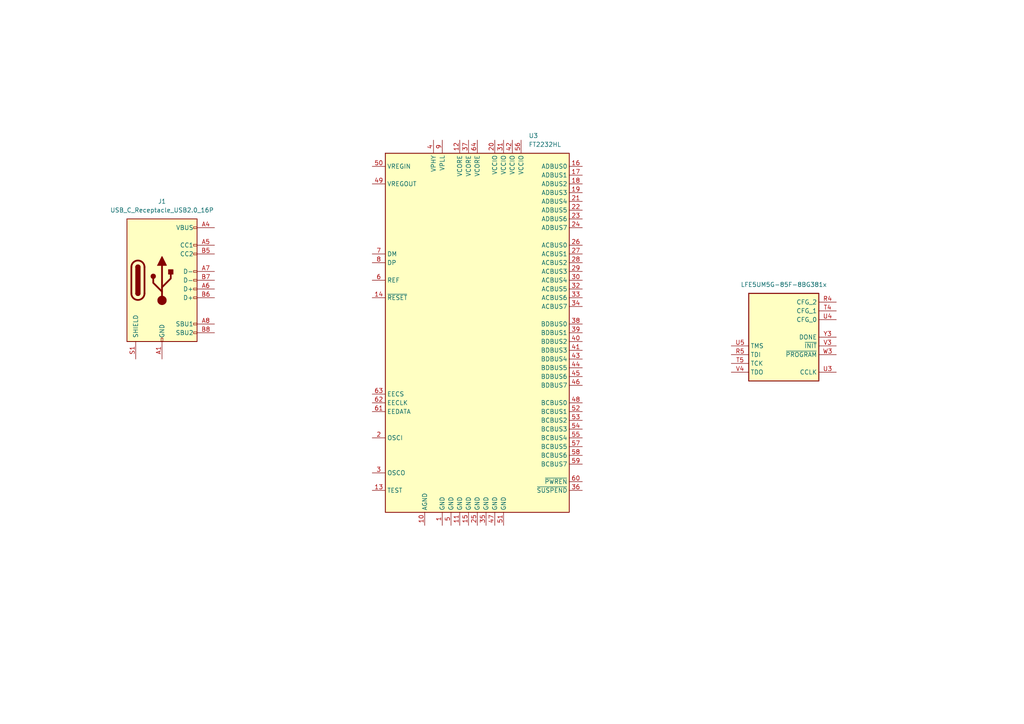
<source format=kicad_sch>
(kicad_sch (version 20250114) (generator "eeschema") (generator_version "9.0")
  (paper "A4")
  (lib_symbols
    (symbol "Connector:USB_C_Receptacle_USB2.0_16P" (pin_names (offset 1.016))
      (property "Reference" "J" (at 0 22.225 0))
      (property "Value" "USB_C_Receptacle_USB2.0_16P" (at 0 19.685 0))
      (symbol "USB_C_Receptacle_USB2.0_16P_0_0"
        (rectangle (start -0.254 -17.78) (end 0.254 -16.764))
        (rectangle (start 10.16 15.494) (end 9.144 14.986))
        (rectangle (start 10.16 10.414) (end 9.144 9.906))
        (rectangle (start 10.16 7.874) (end 9.144 7.366))
        (rectangle (start 10.16 2.794) (end 9.144 2.286))
        (rectangle (start 10.16 0.254) (end 9.144 -0.254))
        (rectangle (start 10.16 -2.286) (end 9.144 -2.794))
        (rectangle (start 10.16 -4.826) (end 9.144 -5.334))
        (rectangle (start 10.16 -12.446) (end 9.144 -12.954))
        (rectangle (start 10.16 -14.986) (end 9.144 -15.494))
      )
      (symbol "USB_C_Receptacle_USB2.0_16P_0_1"
        (rectangle (start -10.16 17.78) (end 10.16 -17.78) (stroke (width 0.254)) (fill (type background)))
        (polyline (pts (xy -8.89 -3.81) (xy -8.89 3.81)) (stroke (width 0.508)))
        (rectangle (start -7.62 -3.81) (end -6.35 3.81) (stroke (width 0.254)) (fill (type outline)))
        (arc (start -7.62 3.81) (mid -6.985 4.4423) (end -6.35 3.81) (stroke (width 0.254)))
        (arc (start -7.62 3.81) (mid -6.985 4.4423) (end -6.35 3.81) (stroke (width 0.254)) (fill (type outline)))
        (arc (start -8.89 3.81) (mid -6.985 5.7067) (end -5.08 3.81) (stroke (width 0.508)))
        (arc (start -5.08 -3.81) (mid -6.985 -5.7067) (end -8.89 -3.81) (stroke (width 0.508)))
        (arc (start -6.35 -3.81) (mid -6.985 -4.4423) (end -7.62 -3.81) (stroke (width 0.254)))
        (arc (start -6.35 -3.81) (mid -6.985 -4.4423) (end -7.62 -3.81) (stroke (width 0.254)) (fill (type outline)))
        (polyline (pts (xy -5.08 3.81) (xy -5.08 -3.81)) (stroke (width 0.508)))
        (circle (center -2.54 1.143) (radius 0.635) (stroke (width 0.254)) (fill (type outline)))
        (polyline (pts (xy -1.27 4.318) (xy 0 6.858) (xy 1.27 4.318) (xy -1.27 4.318)) (stroke (width 0.254)) (fill (type outline)))
        (polyline (pts (xy 0 -2.032) (xy 2.54 0.508) (xy 2.54 1.778)) (stroke (width 0.508)))
        (polyline (pts (xy 0 -3.302) (xy -2.54 -0.762) (xy -2.54 0.508)) (stroke (width 0.508)))
        (polyline (pts (xy 0 -5.842) (xy 0 4.318)) (stroke (width 0.508)))
        (circle (center 0 -5.842) (radius 1.27) (fill (type outline)))
        (rectangle (start 1.905 1.778) (end 3.175 3.048) (stroke (width 0.254)) (fill (type outline)))
      )
      (symbol "USB_C_Receptacle_USB2.0_16P_1_1"
        (pin passive line (at -7.62 -22.86 90) (length 5.08) (name "SHIELD") (number "S1"))
        (pin passive line (at 0 -22.86 90) (length 5.08) (name "GND") (number "A1"))
        (pin passive line (at 0 -22.86 90) (length 5.08) (hide yes) (name "GND") (number "A12"))
        (pin passive line (at 0 -22.86 90) (length 5.08) (hide yes) (name "GND") (number "B1"))
        (pin passive line (at 0 -22.86 90) (length 5.08) (hide yes) (name "GND") (number "B12"))
        (pin passive line (at 15.24 15.24 180) (length 5.08) (name "VBUS") (number "A4"))
        (pin passive line (at 15.24 15.24 180) (length 5.08) (hide yes) (name "VBUS") (number "A9"))
        (pin passive line (at 15.24 15.24 180) (length 5.08) (hide yes) (name "VBUS") (number "B4"))
        (pin passive line (at 15.24 15.24 180) (length 5.08) (hide yes) (name "VBUS") (number "B9"))
        (pin bidirectional line (at 15.24 10.16 180) (length 5.08) (name "CC1") (number "A5"))
        (pin bidirectional line (at 15.24 7.62 180) (length 5.08) (name "CC2") (number "B5"))
        (pin bidirectional line (at 15.24 2.54 180) (length 5.08) (name "D-") (number "A7"))
        (pin bidirectional line (at 15.24 0 180) (length 5.08) (name "D-") (number "B7"))
        (pin bidirectional line (at 15.24 -2.54 180) (length 5.08) (name "D+") (number "A6"))
        (pin bidirectional line (at 15.24 -5.08 180) (length 5.08) (name "D+") (number "B6"))
        (pin bidirectional line (at 15.24 -12.7 180) (length 5.08) (name "SBU1") (number "A8"))
        (pin bidirectional line (at 15.24 -15.24 180) (length 5.08) (name "SBU2") (number "B8"))
      )
    )
    (symbol "FPGA_Lattice:LFE5UM5G-85F-8BG381x"
      (property "Reference" "U" (at 24.13 16.51 0))
      (property "Value" "LFE5UM5G-85F-8BG381x" (at 24.13 13.97 0))
      (symbol "LFE5UM5G-85F-8BG381x_1_1"
        (rectangle (start -25.4 10.16) (end 25.4 -10.16) (stroke (width 0.3048)) (fill (type background)))
        (pin power_in line (at -22.86 15.24 270) (length 5.08) (name "VCCHTX0_D0CH0") (number "T7"))
        (pin power_in line (at -20.32 15.24 270) (length 5.08) (name "VCCHRX0_D0CH0") (number "T8"))
        (pin power_in line (at -17.78 15.24 270) (length 5.08) (name "VCCHRX1_D0CH1") (number "T9"))
        (pin power_in line (at -15.24 15.24 270) (length 5.08) (name "VCCHTX1_D0CH1") (number "T10"))
        (pin power_in line (at -12.7 15.24 270) (length 5.08) (name "VCCHTX0_D1CH0") (number "T11"))
        (pin power_in line (at -10.16 15.24 270) (length 5.08) (name "VCCHRX0_D1CH0") (number "T12"))
        (pin power_in line (at -7.62 15.24 270) (length 5.08) (name "VCCHRX1_D1CH1") (number "T13"))
        (pin power_in line (at -5.08 15.24 270) (length 5.08) (name "VCCHTX1_D1CH1") (number "T14"))
        (pin passive line (at 0 15.24 270) (length 5.08) (hide yes) (name "VCC") (number "H10"))
        (pin passive line (at 0 15.24 270) (length 5.08) (hide yes) (name "VCC") (number "H11"))
        (pin passive line (at 0 15.24 270) (length 5.08) (hide yes) (name "VCC") (number "H12"))
        (pin power_in line (at 0 15.24 270) (length 5.08) (name "VCC") (number "H13"))
        (pin passive line (at 0 15.24 270) (length 5.08) (hide yes) (name "VCC") (number "H8"))
        (pin passive line (at 0 15.24 270) (length 5.08) (hide yes) (name "VCC") (number "H9"))
        (pin passive line (at 0 15.24 270) (length 5.08) (hide yes) (name "VCC") (number "J13"))
        (pin passive line (at 0 15.24 270) (length 5.08) (hide yes) (name "VCC") (number "J8"))
        (pin passive line (at 0 15.24 270) (length 5.08) (hide yes) (name "VCC") (number "K13"))
        (pin passive line (at 0 15.24 270) (length 5.08) (hide yes) (name "VCC") (number "K8"))
        (pin passive line (at 0 15.24 270) (length 5.08) (hide yes) (name "VCC") (number "L13"))
        (pin passive line (at 0 15.24 270) (length 5.08) (hide yes) (name "VCC") (number "L8"))
        (pin passive line (at 0 15.24 270) (length 5.08) (hide yes) (name "VCC") (number "M13"))
        (pin passive line (at 0 15.24 270) (length 5.08) (hide yes) (name "VCC") (number "M8"))
        (pin passive line (at 0 15.24 270) (length 5.08) (hide yes) (name "VCC") (number "N10"))
        (pin passive line (at 0 15.24 270) (length 5.08) (hide yes) (name "VCC") (number "N11"))
        (pin passive line (at 0 15.24 270) (length 5.08) (hide yes) (name "VCC") (number "N12"))
        (pin passive line (at 0 15.24 270) (length 5.08) (hide yes) (name "VCC") (number "N13"))
        (pin passive line (at 0 15.24 270) (length 5.08) (hide yes) (name "VCC") (number "N8"))
        (pin passive line (at 0 15.24 270) (length 5.08) (hide yes) (name "VCC") (number "N9"))
        (pin passive line (at 0 -15.24 90) (length 5.08) (hide yes) (name "GND") (number "B14"))
        (pin passive line (at 0 -15.24 90) (length 5.08) (hide yes) (name "GND") (number "B7"))
        (pin power_in line (at 0 -15.24 90) (length 5.08) (name "GND") (number "C19"))
        (pin passive line (at 0 -15.24 90) (length 5.08) (hide yes) (name "GND") (number "D4"))
        (pin passive line (at 0 -15.24 90) (length 5.08) (hide yes) (name "GND") (number "F13"))
        (pin passive line (at 0 -15.24 90) (length 5.08) (hide yes) (name "GND") (number "F14"))
        (pin passive line (at 0 -15.24 90) (length 5.08) (hide yes) (name "GND") (number "F7"))
        (pin passive line (at 0 -15.24 90) (length 5.08) (hide yes) (name "GND") (number "F8"))
        (pin passive line (at 0 -15.24 90) (length 5.08) (hide yes) (name "GND") (number "G10"))
        (pin passive line (at 0 -15.24 90) (length 5.08) (hide yes) (name "GND") (number "G11"))
        (pin passive line (at 0 -15.24 90) (length 5.08) (hide yes) (name "GND") (number "G12"))
        (pin passive line (at 0 -15.24 90) (length 5.08) (hide yes) (name "GND") (number "G13"))
        (pin passive line (at 0 -15.24 90) (length 5.08) (hide yes) (name "GND") (number "G14"))
        (pin passive line (at 0 -15.24 90) (length 5.08) (hide yes) (name "GND") (number "G15"))
        (pin passive line (at 0 -15.24 90) (length 5.08) (hide yes) (name "GND") (number "G17"))
        (pin passive line (at 0 -15.24 90) (length 5.08) (hide yes) (name "GND") (number "G4"))
        (pin passive line (at 0 -15.24 90) (length 5.08) (hide yes) (name "GND") (number "G6"))
        (pin passive line (at 0 -15.24 90) (length 5.08) (hide yes) (name "GND") (number "G7"))
        (pin passive line (at 0 -15.24 90) (length 5.08) (hide yes) (name "GND") (number "G8"))
        (pin passive line (at 0 -15.24 90) (length 5.08) (hide yes) (name "GND") (number "G9"))
        (pin passive line (at 0 -15.24 90) (length 5.08) (hide yes) (name "GND") (number "H19"))
        (pin passive line (at 0 -15.24 90) (length 5.08) (hide yes) (name "GND") (number "J10"))
        (pin passive line (at 0 -15.24 90) (length 5.08) (hide yes) (name "GND") (number "J11"))
        (pin passive line (at 0 -15.24 90) (length 5.08) (hide yes) (name "GND") (number "J12"))
        (pin passive line (at 0 -15.24 90) (length 5.08) (hide yes) (name "GND") (number "J14"))
        (pin passive line (at 0 -15.24 90) (length 5.08) (hide yes) (name "GND") (number "J2"))
        (pin passive line (at 0 -15.24 90) (length 5.08) (hide yes) (name "GND") (number "J7"))
        (pin passive line (at 0 -15.24 90) (length 5.08) (hide yes) (name "GND") (number "J9"))
        (pin passive line (at 0 -15.24 90) (length 5.08) (hide yes) (name "GND") (number "K10"))
        (pin passive line (at 0 -15.24 90) (length 5.08) (hide yes) (name "GND") (number "K11"))
        (pin passive line (at 0 -15.24 90) (length 5.08) (hide yes) (name "GND") (number "K12"))
        (pin passive line (at 0 -15.24 90) (length 5.08) (hide yes) (name "GND") (number "K14"))
        (pin passive line (at 0 -15.24 90) (length 5.08) (hide yes) (name "GND") (number "K15"))
        (pin passive line (at 0 -15.24 90) (length 5.08) (hide yes) (name "GND") (number "K6"))
        (pin passive line (at 0 -15.24 90) (length 5.08) (hide yes) (name "GND") (number "K7"))
        (pin passive line (at 0 -15.24 90) (length 5.08) (hide yes) (name "GND") (number "K9"))
        (pin passive line (at 0 -15.24 90) (length 5.08) (hide yes) (name "GND") (number "L10"))
        (pin passive line (at 0 -15.24 90) (length 5.08) (hide yes) (name "GND") (number "L11"))
        (pin passive line (at 0 -15.24 90) (length 5.08) (hide yes) (name "GND") (number "L12"))
        (pin passive line (at 0 -15.24 90) (length 5.08) (hide yes) (name "GND") (number "L9"))
        (pin passive line (at 0 -15.24 90) (length 5.08) (hide yes) (name "GND") (number "M10"))
        (pin passive line (at 0 -15.24 90) (length 5.08) (hide yes) (name "GND") (number "M11"))
        (pin passive line (at 0 -15.24 90) (length 5.08) (hide yes) (name "GND") (number "M12"))
        (pin passive line (at 0 -15.24 90) (length 5.08) (hide yes) (name "GND") (number "M14"))
        (pin passive line (at 0 -15.24 90) (length 5.08) (hide yes) (name "GND") (number "M16"))
        (pin passive line (at 0 -15.24 90) (length 5.08) (hide yes) (name "GND") (number "M2"))
        (pin passive line (at 0 -15.24 90) (length 5.08) (hide yes) (name "GND") (number "M7"))
        (pin passive line (at 0 -15.24 90) (length 5.08) (hide yes) (name "GND") (number "M9"))
        (pin passive line (at 0 -15.24 90) (length 5.08) (hide yes) (name "GND") (number "N14"))
        (pin passive line (at 0 -15.24 90) (length 5.08) (hide yes) (name "GND") (number "N15"))
        (pin passive line (at 0 -15.24 90) (length 5.08) (hide yes) (name "GND") (number "N6"))
        (pin passive line (at 0 -15.24 90) (length 5.08) (hide yes) (name "GND") (number "N7"))
        (pin passive line (at 0 -15.24 90) (length 5.08) (hide yes) (name "GND") (number "P11"))
        (pin passive line (at 0 -15.24 90) (length 5.08) (hide yes) (name "GND") (number "P12"))
        (pin passive line (at 0 -15.24 90) (length 5.08) (hide yes) (name "GND") (number "P13"))
        (pin passive line (at 0 -15.24 90) (length 5.08) (hide yes) (name "GND") (number "P14"))
        (pin passive line (at 0 -15.24 90) (length 5.08) (hide yes) (name "GND") (number "P7"))
        (pin passive line (at 0 -15.24 90) (length 5.08) (hide yes) (name "GND") (number "P8"))
        (pin passive line (at 0 -15.24 90) (length 5.08) (hide yes) (name "GND") (number "R19"))
        (pin passive line (at 0 -15.24 90) (length 5.08) (hide yes) (name "GND") (number "U10"))
        (pin passive line (at 0 -15.24 90) (length 5.08) (hide yes) (name "GND") (number "U11"))
        (pin passive line (at 0 -15.24 90) (length 5.08) (hide yes) (name "GND") (number "U12"))
        (pin passive line (at 0 -15.24 90) (length 5.08) (hide yes) (name "GND") (number "U13"))
        (pin passive line (at 0 -15.24 90) (length 5.08) (hide yes) (name "GND") (number "U14"))
        (pin passive line (at 0 -15.24 90) (length 5.08) (hide yes) (name "GND") (number "U7"))
        (pin passive line (at 0 -15.24 90) (length 5.08) (hide yes) (name "GND") (number "U8"))
        (pin passive line (at 0 -15.24 90) (length 5.08) (hide yes) (name "GND") (number "U9"))
        (pin passive line (at 0 -15.24 90) (length 5.08) (hide yes) (name "GND") (number "V12"))
        (pin passive line (at 0 -15.24 90) (length 5.08) (hide yes) (name "GND") (number "V13"))
        (pin passive line (at 0 -15.24 90) (length 5.08) (hide yes) (name "GND") (number "V14"))
        (pin passive line (at 0 -15.24 90) (length 5.08) (hide yes) (name "GND") (number "V15"))
        (pin passive line (at 0 -15.24 90) (length 5.08) (hide yes) (name "GND") (number "V16"))
        (pin passive line (at 0 -15.24 90) (length 5.08) (hide yes) (name "GND") (number "V19"))
        (pin passive line (at 0 -15.24 90) (length 5.08) (hide yes) (name "GND") (number "V20"))
        (pin passive line (at 0 -15.24 90) (length 5.08) (hide yes) (name "GND") (number "V5"))
        (pin passive line (at 0 -15.24 90) (length 5.08) (hide yes) (name "GND") (number "V6"))
        (pin passive line (at 0 -15.24 90) (length 5.08) (hide yes) (name "GND") (number "V7"))
        (pin passive line (at 0 -15.24 90) (length 5.08) (hide yes) (name "GND") (number "V8"))
        (pin passive line (at 0 -15.24 90) (length 5.08) (hide yes) (name "GND") (number "V9"))
        (pin passive line (at 0 -15.24 90) (length 5.08) (hide yes) (name "GND") (number "W12"))
        (pin passive line (at 0 -15.24 90) (length 5.08) (hide yes) (name "GND") (number "W15"))
        (pin passive line (at 0 -15.24 90) (length 5.08) (hide yes) (name "GND") (number "W16"))
        (pin passive line (at 0 -15.24 90) (length 5.08) (hide yes) (name "GND") (number "W19"))
        (pin passive line (at 0 -15.24 90) (length 5.08) (hide yes) (name "GND") (number "W6"))
        (pin passive line (at 0 -15.24 90) (length 5.08) (hide yes) (name "GND") (number "W7"))
        (pin passive line (at 5.08 15.24 270) (length 5.08) (hide yes) (name "VCCAUXA0") (number "V10"))
        (pin power_in line (at 5.08 15.24 270) (length 5.08) (name "VCCAUXA0") (number "V11"))
        (pin passive line (at 7.62 15.24 270) (length 5.08) (hide yes) (name "VCCAUXA1") (number "V17"))
        (pin power_in line (at 7.62 15.24 270) (length 5.08) (name "VCCAUXA1") (number "V18"))
        (pin passive line (at 12.7 15.24 270) (length 5.08) (hide yes) (name "VCCAUX") (number "F15"))
        (pin passive line (at 12.7 15.24 270) (length 5.08) (hide yes) (name "VCCAUX") (number "F6"))
        (pin power_in line (at 12.7 15.24 270) (length 5.08) (name "VCCAUX") (number "P15"))
        (pin passive line (at 12.7 15.24 270) (length 5.08) (hide yes) (name "VCCAUX") (number "P6"))
        (pin power_in line (at 17.78 15.24 270) (length 5.08) (name "VCCA0") (number "T6"))
        (pin passive line (at 17.78 15.24 270) (length 5.08) (hide yes) (name "VCCA0") (number "U6"))
        (pin power_in line (at 20.32 15.24 270) (length 5.08) (name "VCCA1") (number "T15"))
        (pin passive line (at 20.32 15.24 270) (length 5.08) (hide yes) (name "VCCA1") (number "U15"))
      )
      (symbol "LFE5UM5G-85F-8BG381x_2_1"
        (rectangle (start -5.08 40.64) (end 5.08 -40.64) (stroke (width 0.3048)) (fill (type background)))
        (pin bidirectional line (at -10.16 30.48 0) (length 5.08) (name "PT4A") (number "A6"))
        (pin bidirectional line (at -10.16 27.94 0) (length 5.08) (name "PT4B") (number "B6"))
        (pin bidirectional line (at -10.16 25.4 0) (length 5.08) (name "PT6A") (number "E6"))
        (pin bidirectional line (at -10.16 22.86 0) (length 5.08) (name "PT6B") (number "D6"))
        (pin bidirectional line (at -10.16 20.32 0) (length 5.08) (name "PT9A") (number "E7"))
        (pin bidirectional line (at -10.16 17.78 0) (length 5.08) (name "PT9B") (number "D7"))
        (pin bidirectional line (at -10.16 15.24 0) (length 5.08) (name "PT11A") (number "C6"))
        (pin bidirectional line (at -10.16 12.7 0) (length 5.08) (name "PT11B") (number "C7"))
        (pin bidirectional line (at -10.16 10.16 0) (length 5.08) (name "PT13A") (number "E8"))
        (pin bidirectional line (at -10.16 7.62 0) (length 5.08) (name "PT13B") (number "D8"))
        (pin bidirectional line (at -10.16 5.08 0) (length 5.08) (name "PT15A") (number "C8"))
        (pin bidirectional line (at -10.16 2.54 0) (length 5.08) (name "PT15B") (number "B8"))
        (pin bidirectional line (at -10.16 0 0) (length 5.08) (name "PT18A") (number "A7"))
        (pin bidirectional line (at -10.16 -2.54 0) (length 5.08) (name "PT18B") (number "A8"))
        (pin bidirectional line (at -10.16 -5.08 0) (length 5.08) (name "PT20A") (number "D9"))
        (pin bidirectional line (at -10.16 -7.62 0) (length 5.08) (name "PT20B") (number "E9"))
        (pin bidirectional line (at -10.16 -10.16 0) (length 5.08) (name "PT54A") (number "C9"))
        (pin bidirectional line (at -10.16 -12.7 0) (length 5.08) (name "PT56A") (number "D10"))
        (pin bidirectional line (at -10.16 -15.24 0) (length 5.08) (name "PT56B") (number "E10"))
        (pin bidirectional line (at -10.16 -17.78 0) (length 5.08) (name "PT58A") (number "B9"))
        (pin bidirectional line (at -10.16 -20.32 0) (length 5.08) (name "PT58B") (number "C10"))
        (pin bidirectional line (at -10.16 -22.86 0) (length 5.08) (name "PT60A") (number "A9"))
        (pin bidirectional line (at -10.16 -25.4 0) (length 5.08) (name "PT60B") (number "B10"))
        (pin bidirectional line (at -10.16 -27.94 0) (length 5.08) (name "PT63A") (number "A10"))
        (pin bidirectional line (at -10.16 -30.48 0) (length 5.08) (name "PT63B") (number "A11"))
        (pin bidirectional line (at -10.16 -33.02 0) (length 5.08) (name "PT65A") (number "B11"))
        (pin bidirectional line (at -10.16 -35.56 0) (length 5.08) (name "PT65B") (number "C11"))
        (pin power_in line (at 0 45.72 270) (length 5.08) (name "VCCIO0") (number "F10"))
        (pin passive line (at 0 45.72 270) (length 5.08) (hide yes) (name "VCCIO0") (number "F9"))
      )
      (symbol "LFE5UM5G-85F-8BG381x_3_1"
        (rectangle (start -5.08 48.26) (end 5.08 -48.26) (stroke (width 0.3048)) (fill (type background)))
        (pin bidirectional line (at -10.16 38.1 0) (length 5.08) (name "PT69A") (number "D11"))
        (pin bidirectional line (at -10.16 35.56 0) (length 5.08) (name "PT69B") (number "E11"))
        (pin bidirectional line (at -10.16 33.02 0) (length 5.08) (name "PT71A") (number "B12"))
        (pin bidirectional line (at -10.16 30.48 0) (length 5.08) (name "PT71B") (number "C12"))
        (pin bidirectional line (at -10.16 27.94 0) (length 5.08) (name "PT74A") (number "D12"))
        (pin bidirectional line (at -10.16 25.4 0) (length 5.08) (name "PT74B") (number "E12"))
        (pin bidirectional line (at -10.16 22.86 0) (length 5.08) (name "PT76A") (number "A12"))
        (pin bidirectional line (at -10.16 20.32 0) (length 5.08) (name "PT76B") (number "A13"))
        (pin bidirectional line (at -10.16 17.78 0) (length 5.08) (name "PT78A") (number "B13"))
        (pin bidirectional line (at -10.16 15.24 0) (length 5.08) (name "PT78B") (number "C13"))
        (pin bidirectional line (at -10.16 12.7 0) (length 5.08) (name "PT80A") (number "D13"))
        (pin bidirectional line (at -10.16 10.16 0) (length 5.08) (name "PT80B") (number "E13"))
        (pin bidirectional line (at -10.16 7.62 0) (length 5.08) (name "PT83A") (number "A14"))
        (pin bidirectional line (at -10.16 5.08 0) (length 5.08) (name "PT83B") (number "C14"))
        (pin bidirectional line (at -10.16 2.54 0) (length 5.08) (name "PT85A") (number "D14"))
        (pin bidirectional line (at -10.16 0 0) (length 5.08) (name "PT85B") (number "E14"))
        (pin bidirectional line (at -10.16 -2.54 0) (length 5.08) (name "PT103A") (number "A15"))
        (pin bidirectional line (at -10.16 -5.08 0) (length 5.08) (name "PT105A") (number "B15"))
        (pin bidirectional line (at -10.16 -7.62 0) (length 5.08) (name "PT105B") (number "C15"))
        (pin bidirectional line (at -10.16 -10.16 0) (length 5.08) (name "PT107A") (number "D15"))
        (pin bidirectional line (at -10.16 -12.7 0) (length 5.08) (name "PT107B") (number "E15"))
        (pin bidirectional line (at -10.16 -15.24 0) (length 5.08) (name "PT110A") (number "A16"))
        (pin bidirectional line (at -10.16 -17.78 0) (length 5.08) (name "PT110B") (number "B16"))
        (pin bidirectional line (at -10.16 -20.32 0) (length 5.08) (name "PT112A") (number "C16"))
        (pin bidirectional line (at -10.16 -22.86 0) (length 5.08) (name "PT112B") (number "D16"))
        (pin bidirectional line (at -10.16 -25.4 0) (length 5.08) (name "PT114A") (number "B17"))
        (pin bidirectional line (at -10.16 -27.94 0) (length 5.08) (name "PT114B") (number "C17"))
        (pin bidirectional line (at -10.16 -30.48 0) (length 5.08) (name "PT116A") (number "A17"))
        (pin bidirectional line (at -10.16 -33.02 0) (length 5.08) (name "PT116B") (number "B18"))
        (pin bidirectional line (at -10.16 -35.56 0) (length 5.08) (name "PT119A") (number "A18"))
        (pin bidirectional line (at -10.16 -38.1 0) (length 5.08) (name "PT119B") (number "B19"))
        (pin bidirectional line (at -10.16 -40.64 0) (length 5.08) (name "PT121A") (number "A19"))
        (pin bidirectional line (at -10.16 -43.18 0) (length 5.08) (name "PT121B") (number "B20"))
        (pin passive line (at 0 53.34 270) (length 5.08) (hide yes) (name "VCCIO1") (number "F11"))
        (pin power_in line (at 0 53.34 270) (length 5.08) (name "VCCIO1") (number "F12"))
      )
      (symbol "LFE5UM5G-85F-8BG381x_4_1"
        (rectangle (start -5.08 48.26) (end 5.08 -48.26) (stroke (width 0.3048)) (fill (type background)))
        (pin bidirectional line (at -10.16 38.1 0) (length 5.08) (name "PR11A") (number "C18"))
        (pin bidirectional line (at -10.16 35.56 0) (length 5.08) (name "PR11B") (number "D17"))
        (pin bidirectional line (at -10.16 33.02 0) (length 5.08) (name "PR11C") (number "E16"))
        (pin bidirectional line (at -10.16 30.48 0) (length 5.08) (name "PR11D") (number "F16"))
        (pin bidirectional line (at -10.16 27.94 0) (length 5.08) (name "PR14A") (number "D18"))
        (pin bidirectional line (at -10.16 25.4 0) (length 5.08) (name "PR14B") (number "E17"))
        (pin bidirectional line (at -10.16 22.86 0) (length 5.08) (name "PR14C") (number "E18"))
        (pin bidirectional line (at -10.16 20.32 0) (length 5.08) (name "PR14D") (number "F18"))
        (pin bidirectional line (at -10.16 17.78 0) (length 5.08) (name "PR17A") (number "F17"))
        (pin bidirectional line (at -10.16 15.24 0) (length 5.08) (name "PR17B") (number "G18"))
        (pin bidirectional line (at -10.16 12.7 0) (length 5.08) (name "PR17C") (number "G16"))
        (pin bidirectional line (at -10.16 10.16 0) (length 5.08) (name "PR17D") (number "H16"))
        (pin bidirectional line (at -10.16 7.62 0) (length 5.08) (name "PR20A") (number "H18"))
        (pin bidirectional line (at -10.16 5.08 0) (length 5.08) (name "PR20B") (number "H17"))
        (pin bidirectional line (at -10.16 2.54 0) (length 5.08) (name "PR20C") (number "J17"))
        (pin bidirectional line (at -10.16 0 0) (length 5.08) (name "PR20D") (number "J16"))
        (pin bidirectional line (at -10.16 -2.54 0) (length 5.08) (name "PR29A") (number "K16"))
        (pin bidirectional line (at -10.16 -5.08 0) (length 5.08) (name "PR29B") (number "K17"))
        (pin bidirectional line (at -10.16 -7.62 0) (length 5.08) (name "PR35A") (number "C20"))
        (pin bidirectional line (at -10.16 -10.16 0) (length 5.08) (name "PR35B") (number "D19"))
        (pin bidirectional line (at -10.16 -12.7 0) (length 5.08) (name "PR35C") (number "D20"))
        (pin bidirectional line (at -10.16 -15.24 0) (length 5.08) (name "PR35D") (number "E19"))
        (pin bidirectional line (at -10.16 -17.78 0) (length 5.08) (name "PR38A") (number "E20"))
        (pin bidirectional line (at -10.16 -20.32 0) (length 5.08) (name "PR38B") (number "F19"))
        (pin bidirectional line (at -10.16 -22.86 0) (length 5.08) (name "PR38C") (number "F20"))
        (pin bidirectional line (at -10.16 -25.4 0) (length 5.08) (name "PR38D") (number "G20"))
        (pin bidirectional line (at -10.16 -27.94 0) (length 5.08) (name "PR41A") (number "G19"))
        (pin bidirectional line (at -10.16 -30.48 0) (length 5.08) (name "PR41B") (number "H20"))
        (pin bidirectional line (at -10.16 -33.02 0) (length 5.08) (name "PR41C") (number "J18"))
        (pin bidirectional line (at -10.16 -35.56 0) (length 5.08) (name "PR41D") (number "K18"))
        (pin bidirectional line (at -10.16 -38.1 0) (length 5.08) (name "PR44A") (number "J19"))
        (pin bidirectional line (at -10.16 -40.64 0) (length 5.08) (name "PR44B") (number "K19"))
        (pin bidirectional line (at -10.16 -43.18 0) (length 5.08) (name "PR44C") (number "J20"))
        (pin bidirectional line (at -10.16 -45.72 0) (length 5.08) (name "PR44D") (number "K20"))
        (pin passive line (at 0 53.34 270) (length 5.08) (hide yes) (name "VCCIO2") (number "H14"))
        (pin power_in line (at 0 53.34 270) (length 5.08) (name "VCCIO2") (number "H15"))
        (pin passive line (at 0 53.34 270) (length 5.08) (hide yes) (name "VCCIO2") (number "J15"))
      )
      (symbol "LFE5UM5G-85F-8BG381x_5_1"
        (rectangle (start -5.08 48.26) (end 5.08 -48.26) (stroke (width 0.3048)) (fill (type background)))
        (pin bidirectional line (at -10.16 38.1 0) (length 5.08) (name "PR47A") (number "L20"))
        (pin bidirectional line (at -10.16 35.56 0) (length 5.08) (name "PR47B") (number "M20"))
        (pin bidirectional line (at -10.16 33.02 0) (length 5.08) (name "PR47C") (number "L19"))
        (pin bidirectional line (at -10.16 30.48 0) (length 5.08) (name "PR47D") (number "M19"))
        (pin bidirectional line (at -10.16 27.94 0) (length 5.08) (name "PR50A") (number "L16"))
        (pin bidirectional line (at -10.16 25.4 0) (length 5.08) (name "PR50B") (number "L17"))
        (pin bidirectional line (at -10.16 22.86 0) (length 5.08) (name "PR50C") (number "L18"))
        (pin bidirectional line (at -10.16 20.32 0) (length 5.08) (name "PR50D") (number "M18"))
        (pin bidirectional line (at -10.16 17.78 0) (length 5.08) (name "PR53A") (number "N16"))
        (pin bidirectional line (at -10.16 15.24 0) (length 5.08) (name "PR53B") (number "M17"))
        (pin bidirectional line (at -10.16 12.7 0) (length 5.08) (name "PR53C") (number "N18"))
        (pin bidirectional line (at -10.16 10.16 0) (length 5.08) (name "PR53D") (number "P17"))
        (pin bidirectional line (at -10.16 7.62 0) (length 5.08) (name "PR56A") (number "N17"))
        (pin bidirectional line (at -10.16 5.08 0) (length 5.08) (name "PR56B") (number "P16"))
        (pin bidirectional line (at -10.16 2.54 0) (length 5.08) (name "PR56C") (number "R16"))
        (pin bidirectional line (at -10.16 0 0) (length 5.08) (name "PR56D") (number "R17"))
        (pin bidirectional line (at -10.16 -2.54 0) (length 5.08) (name "PR77A") (number "T16"))
        (pin bidirectional line (at -10.16 -5.08 0) (length 5.08) (name "PR83A") (number "N19"))
        (pin bidirectional line (at -10.16 -7.62 0) (length 5.08) (name "PR83B") (number "N20"))
        (pin bidirectional line (at -10.16 -10.16 0) (length 5.08) (name "PR83C") (number "P19"))
        (pin bidirectional line (at -10.16 -12.7 0) (length 5.08) (name "PR83D") (number "P18"))
        (pin bidirectional line (at -10.16 -15.24 0) (length 5.08) (name "PR86A") (number "P20"))
        (pin bidirectional line (at -10.16 -17.78 0) (length 5.08) (name "PR86B") (number "R20"))
        (pin bidirectional line (at -10.16 -20.32 0) (length 5.08) (name "PR86C") (number "T20"))
        (pin bidirectional line (at -10.16 -22.86 0) (length 5.08) (name "PR86D") (number "U20"))
        (pin bidirectional line (at -10.16 -25.4 0) (length 5.08) (name "PR89A") (number "T19"))
        (pin bidirectional line (at -10.16 -27.94 0) (length 5.08) (name "PR89B") (number "R18"))
        (pin bidirectional line (at -10.16 -30.48 0) (length 5.08) (name "PR89C") (number "U19"))
        (pin bidirectional line (at -10.16 -33.02 0) (length 5.08) (name "PR89D") (number "T18"))
        (pin bidirectional line (at -10.16 -35.56 0) (length 5.08) (name "PR92A") (number "U18"))
        (pin bidirectional line (at -10.16 -38.1 0) (length 5.08) (name "PR92B") (number "U17"))
        (pin bidirectional line (at -10.16 -40.64 0) (length 5.08) (name "PR92C") (number "U16"))
        (pin bidirectional line (at -10.16 -43.18 0) (length 5.08) (name "PR92D") (number "T17"))
        (pin passive line (at 0 53.34 270) (length 5.08) (hide yes) (name "VCCIO3") (number "L14"))
        (pin power_in line (at 0 53.34 270) (length 5.08) (name "VCCIO3") (number "L15"))
        (pin passive line (at 0 53.34 270) (length 5.08) (hide yes) (name "VCCIO3") (number "M15"))
      )
      (symbol "LFE5UM5G-85F-8BG381x_6_1"
        (rectangle (start -5.08 48.26) (end 5.08 -48.26) (stroke (width 0.3048)) (fill (type background)))
        (pin bidirectional line (at -10.16 38.1 0) (length 5.08) (name "PL47A") (number "G2"))
        (pin bidirectional line (at -10.16 35.56 0) (length 5.08) (name "PL47B") (number "F1"))
        (pin bidirectional line (at -10.16 33.02 0) (length 5.08) (name "PL47C") (number "H2"))
        (pin bidirectional line (at -10.16 30.48 0) (length 5.08) (name "PL47D") (number "G1"))
        (pin bidirectional line (at -10.16 27.94 0) (length 5.08) (name "PL50A") (number "J4"))
        (pin bidirectional line (at -10.16 25.4 0) (length 5.08) (name "PL50B") (number "J5"))
        (pin bidirectional line (at -10.16 22.86 0) (length 5.08) (name "PL50C") (number "J3"))
        (pin bidirectional line (at -10.16 20.32 0) (length 5.08) (name "PL50D") (number "K3"))
        (pin bidirectional line (at -10.16 17.78 0) (length 5.08) (name "PL53A") (number "K2"))
        (pin bidirectional line (at -10.16 15.24 0) (length 5.08) (name "PL53B") (number "J1"))
        (pin bidirectional line (at -10.16 12.7 0) (length 5.08) (name "PL53C") (number "H1"))
        (pin bidirectional line (at -10.16 10.16 0) (length 5.08) (name "PL53D") (number "K1"))
        (pin bidirectional line (at -10.16 7.62 0) (length 5.08) (name "PL56A") (number "K4"))
        (pin bidirectional line (at -10.16 5.08 0) (length 5.08) (name "PL56B") (number "K5"))
        (pin bidirectional line (at -10.16 2.54 0) (length 5.08) (name "PL56C") (number "L4"))
        (pin bidirectional line (at -10.16 0 0) (length 5.08) (name "PL56D") (number "L5"))
        (pin bidirectional line (at -10.16 -2.54 0) (length 5.08) (name "PL77A") (number "M5"))
        (pin bidirectional line (at -10.16 -5.08 0) (length 5.08) (name "PL83A") (number "M4"))
        (pin bidirectional line (at -10.16 -7.62 0) (length 5.08) (name "PL83B") (number "N5"))
        (pin bidirectional line (at -10.16 -10.16 0) (length 5.08) (name "PL83C") (number "N4"))
        (pin bidirectional line (at -10.16 -12.7 0) (length 5.08) (name "PL83D") (number "P5"))
        (pin bidirectional line (at -10.16 -15.24 0) (length 5.08) (name "PL86A") (number "N3"))
        (pin bidirectional line (at -10.16 -17.78 0) (length 5.08) (name "PL86B") (number "M3"))
        (pin bidirectional line (at -10.16 -20.32 0) (length 5.08) (name "PL86C") (number "L3"))
        (pin bidirectional line (at -10.16 -22.86 0) (length 5.08) (name "PL86D") (number "L2"))
        (pin bidirectional line (at -10.16 -25.4 0) (length 5.08) (name "PL89A") (number "N2"))
        (pin bidirectional line (at -10.16 -27.94 0) (length 5.08) (name "PL89B") (number "M1"))
        (pin bidirectional line (at -10.16 -30.48 0) (length 5.08) (name "PL89C") (number "L1"))
        (pin bidirectional line (at -10.16 -33.02 0) (length 5.08) (name "PL89D") (number "N1"))
        (pin bidirectional line (at -10.16 -35.56 0) (length 5.08) (name "PL92A") (number "P1"))
        (pin bidirectional line (at -10.16 -38.1 0) (length 5.08) (name "PL92B") (number "P2"))
        (pin bidirectional line (at -10.16 -40.64 0) (length 5.08) (name "PL92C") (number "P3"))
        (pin bidirectional line (at -10.16 -43.18 0) (length 5.08) (name "PL92D") (number "P4"))
        (pin passive line (at 0 53.34 270) (length 5.08) (hide yes) (name "VCCIO6") (number "L6"))
        (pin power_in line (at 0 53.34 270) (length 5.08) (name "VCCIO6") (number "L7"))
        (pin passive line (at 0 53.34 270) (length 5.08) (hide yes) (name "VCCIO6") (number "M6"))
      )
      (symbol "LFE5UM5G-85F-8BG381x_7_1"
        (rectangle (start -5.08 45.72) (end 5.08 -45.72) (stroke (width 0.3048)) (fill (type background)))
        (pin bidirectional line (at -10.16 35.56 0) (length 5.08) (name "PL11A") (number "A4"))
        (pin bidirectional line (at -10.16 33.02 0) (length 5.08) (name "PL11B") (number "A5"))
        (pin bidirectional line (at -10.16 30.48 0) (length 5.08) (name "PL11C") (number "B5"))
        (pin bidirectional line (at -10.16 27.94 0) (length 5.08) (name "PL11D") (number "C5"))
        (pin bidirectional line (at -10.16 25.4 0) (length 5.08) (name "PL14A") (number "C4"))
        (pin bidirectional line (at -10.16 22.86 0) (length 5.08) (name "PL14B") (number "B4"))
        (pin bidirectional line (at -10.16 20.32 0) (length 5.08) (name "PL14C") (number "A3"))
        (pin bidirectional line (at -10.16 17.78 0) (length 5.08) (name "PL14D") (number "B3"))
        (pin bidirectional line (at -10.16 15.24 0) (length 5.08) (name "PL17A") (number "E4"))
        (pin bidirectional line (at -10.16 12.7 0) (length 5.08) (name "PL17B") (number "D5"))
        (pin bidirectional line (at -10.16 10.16 0) (length 5.08) (name "PL17C") (number "C3"))
        (pin bidirectional line (at -10.16 7.62 0) (length 5.08) (name "PL17D") (number "D3"))
        (pin bidirectional line (at -10.16 5.08 0) (length 5.08) (name "PL20A") (number "F4"))
        (pin bidirectional line (at -10.16 2.54 0) (length 5.08) (name "PL20B") (number "E3"))
        (pin bidirectional line (at -10.16 0 0) (length 5.08) (name "PL20C") (number "E5"))
        (pin bidirectional line (at -10.16 -2.54 0) (length 5.08) (name "PL20D") (number "F5"))
        (pin bidirectional line (at -10.16 -5.08 0) (length 5.08) (name "PL35A") (number "A2"))
        (pin bidirectional line (at -10.16 -7.62 0) (length 5.08) (name "PL35B") (number "B1"))
        (pin bidirectional line (at -10.16 -10.16 0) (length 5.08) (name "PL35C") (number "B2"))
        (pin bidirectional line (at -10.16 -12.7 0) (length 5.08) (name "PL35D") (number "C2"))
        (pin bidirectional line (at -10.16 -15.24 0) (length 5.08) (name "PL38A") (number "C1"))
        (pin bidirectional line (at -10.16 -17.78 0) (length 5.08) (name "PL38B") (number "D1"))
        (pin bidirectional line (at -10.16 -20.32 0) (length 5.08) (name "PL38C") (number "D2"))
        (pin bidirectional line (at -10.16 -22.86 0) (length 5.08) (name "PL38D") (number "E1"))
        (pin bidirectional line (at -10.16 -25.4 0) (length 5.08) (name "PL41A") (number "H4"))
        (pin bidirectional line (at -10.16 -27.94 0) (length 5.08) (name "PL41B") (number "G5"))
        (pin bidirectional line (at -10.16 -30.48 0) (length 5.08) (name "PL41C") (number "H5"))
        (pin bidirectional line (at -10.16 -33.02 0) (length 5.08) (name "PL41D") (number "H3"))
        (pin bidirectional line (at -10.16 -35.56 0) (length 5.08) (name "PL44A") (number "G3"))
        (pin bidirectional line (at -10.16 -38.1 0) (length 5.08) (name "PL44B") (number "F3"))
        (pin bidirectional line (at -10.16 -40.64 0) (length 5.08) (name "PL44C") (number "F2"))
        (pin bidirectional line (at -10.16 -43.18 0) (length 5.08) (name "PL44D") (number "E2"))
        (pin passive line (at 0 50.8 270) (length 5.08) (hide yes) (name "VCCIO7") (number "H6"))
        (pin power_in line (at 0 50.8 270) (length 5.08) (name "VCCIO7") (number "H7"))
        (pin passive line (at 0 50.8 270) (length 5.08) (hide yes) (name "VCCIO7") (number "J6"))
      )
      (symbol "LFE5UM5G-85F-8BG381x_8_1"
        (rectangle (start -5.08 22.86) (end 5.08 -22.86) (stroke (width 0.3048)) (fill (type background)))
        (pin bidirectional line (at -10.16 12.7 0) (length 5.08) (name "PB4A") (number "R1"))
        (pin bidirectional line (at -10.16 10.16 0) (length 5.08) (name "PB4B") (number "T1"))
        (pin bidirectional line (at -10.16 7.62 0) (length 5.08) (name "PB6A") (number "U1"))
        (pin bidirectional line (at -10.16 5.08 0) (length 5.08) (name "PB6B") (number "V1"))
        (pin bidirectional line (at -10.16 2.54 0) (length 5.08) (name "PB9A") (number "W1"))
        (pin bidirectional line (at -10.16 0 0) (length 5.08) (name "PB9B") (number "Y2"))
        (pin bidirectional line (at -10.16 -2.54 0) (length 5.08) (name "PB11A") (number "V2"))
        (pin bidirectional line (at -10.16 -5.08 0) (length 5.08) (name "PB11B") (number "W2"))
        (pin bidirectional line (at -10.16 -7.62 0) (length 5.08) (name "PB13A") (number "T2"))
        (pin bidirectional line (at -10.16 -10.16 0) (length 5.08) (name "PB13B") (number "U2"))
        (pin bidirectional line (at -10.16 -12.7 0) (length 5.08) (name "PB15A") (number "R2"))
        (pin bidirectional line (at -10.16 -15.24 0) (length 5.08) (name "PB15B") (number "R3"))
        (pin bidirectional line (at -10.16 -17.78 0) (length 5.08) (name "PB18A") (number "T3"))
        (pin power_in line (at 0 27.94 270) (length 5.08) (name "VCCIO8") (number "P10"))
        (pin passive line (at 0 27.94 270) (length 5.08) (hide yes) (name "VCCIO8") (number "P9"))
      )
      (symbol "LFE5UM5G-85F-8BG381x_9_1"
        (rectangle (start -10.16 12.7) (end 10.16 -12.7) (stroke (width 0.3048)) (fill (type background)))
        (pin bidirectional line (at -15.24 10.16 0) (length 5.08) (name "CCLK") (number "U3"))
        (pin input line (at -15.24 5.08 0) (length 5.08) (name "~{PROGRAM}") (number "W3"))
        (pin open_collector line (at -15.24 2.54 0) (length 5.08) (name "~{INIT}") (number "V3"))
        (pin open_collector line (at -15.24 0 0) (length 5.08) (name "DONE") (number "Y3"))
        (pin input line (at -15.24 -5.08 0) (length 5.08) (name "CFG_0") (number "U4"))
        (pin input line (at -15.24 -7.62 0) (length 5.08) (name "CFG_1") (number "T4"))
        (pin input line (at -15.24 -10.16 0) (length 5.08) (name "CFG_2") (number "R4"))
        (pin no_connect line (at 10.16 -2.54 180) (length 5.08) (hide yes) (name "RESERVED") (number "W10"))
        (pin no_connect line (at 10.16 -5.08 180) (length 5.08) (hide yes) (name "RESERVED") (number "W11"))
        (pin output line (at 15.24 10.16 180) (length 5.08) (name "TDO") (number "V4"))
        (pin input line (at 15.24 7.62 180) (length 5.08) (name "TCK") (number "T5"))
        (pin input line (at 15.24 5.08 180) (length 5.08) (name "TDI") (number "R5"))
        (pin input line (at 15.24 2.54 180) (length 5.08) (name "TMS") (number "U5"))
      )
      (symbol "LFE5UM5G-85F-8BG381x_10_1"
        (rectangle (start -10.16 17.78) (end 10.16 -17.78) (stroke (width 0.3048)) (fill (type background)))
        (pin output line (at -15.24 15.24 0) (length 5.08) (name "HDTXP0_D0CH0") (number "W4"))
        (pin output line (at -15.24 12.7 0) (length 5.08) (name "HDTXN0_D0CH0") (number "W5"))
        (pin input line (at -15.24 10.16 0) (length 5.08) (name "HDRXP0_D0CH0") (number "Y5"))
        (pin input line (at -15.24 7.62 0) (length 5.08) (name "HDRXN0_D0CH0") (number "Y6"))
        (pin output line (at -15.24 2.54 0) (length 5.08) (name "HDTXP0_D0CH1") (number "W8"))
        (pin output line (at -15.24 0 0) (length 5.08) (name "HDTXN0_D0CH1") (number "W9"))
        (pin input line (at -15.24 -2.54 0) (length 5.08) (name "HDRXP0_D0CH1") (number "Y7"))
        (pin input line (at -15.24 -5.08 0) (length 5.08) (name "HDRXN0_D0CH1") (number "Y8"))
        (pin input line (at -15.24 -10.16 0) (length 5.08) (name "REFCLKP_D0") (number "Y11"))
        (pin input line (at -15.24 -12.7 0) (length 5.08) (name "REFCLKN_D0") (number "Y12"))
      )
      (symbol "LFE5UM5G-85F-8BG381x_11_1"
        (rectangle (start -10.16 17.78) (end 10.16 -17.78) (stroke (width 0.3048)) (fill (type background)))
        (pin output line (at -15.24 15.24 0) (length 5.08) (name "HDTXP0_D1CH0") (number "W13"))
        (pin output line (at -15.24 12.7 0) (length 5.08) (name "HDTXN0_D1CH0") (number "W14"))
        (pin input line (at -15.24 10.16 0) (length 5.08) (name "HDRXP0_D1CH0") (number "Y14"))
        (pin input line (at -15.24 7.62 0) (length 5.08) (name "HDRXN0_D1CH0") (number "Y15"))
        (pin output line (at -15.24 2.54 0) (length 5.08) (name "HDTXP0_D1CH1") (number "W17"))
        (pin output line (at -15.24 0 0) (length 5.08) (name "HDTXN0_D1CH1") (number "W18"))
        (pin input line (at -15.24 -2.54 0) (length 5.08) (name "HDRXP0_D1CH1") (number "Y16"))
        (pin input line (at -15.24 -5.08 0) (length 5.08) (name "HDRXN0_D1CH1") (number "Y17"))
        (pin input line (at -15.24 -10.16 0) (length 5.08) (name "REFCLKP_D1") (number "Y19"))
        (pin input line (at -15.24 -12.7 0) (length 5.08) (name "REFCLKN_D1") (number "W20"))
      )
    )
    (symbol "Interface_USB:FT2232HL"
      (property "Reference" "U" (at -26.67 53.34 0))
      (property "Value" "FT2232HL" (at 19.05 53.34 0))
      (symbol "FT2232HL_0_1"
        (rectangle (start -26.67 -52.07) (end 26.67 52.07) (stroke (width 0.254)) (fill (type background)))
      )
      (symbol "FT2232HL_1_1"
        (pin power_in line (at -30.48 48.26 0) (length 3.81) (name "VREGIN") (number "50"))
        (pin power_out line (at -30.48 43.18 0) (length 3.81) (name "VREGOUT") (number "49"))
        (pin bidirectional line (at -30.48 22.86 0) (length 3.81) (name "DM") (number "7"))
        (pin bidirectional line (at -30.48 20.32 0) (length 3.81) (name "DP") (number "8"))
        (pin output line (at -30.48 15.24 0) (length 3.81) (name "REF") (number "6"))
        (pin input line (at -30.48 10.16 0) (length 3.81) (name "~{RESET}") (number "14"))
        (pin output line (at -30.48 -17.78 0) (length 3.81) (name "EECS") (number "63"))
        (pin output line (at -30.48 -20.32 0) (length 3.81) (name "EECLK") (number "62"))
        (pin bidirectional line (at -30.48 -22.86 0) (length 3.81) (name "EEDATA") (number "61"))
        (pin input line (at -30.48 -30.48 0) (length 3.81) (name "OSCI") (number "2"))
        (pin output line (at -30.48 -40.64 0) (length 3.81) (name "OSCO") (number "3"))
        (pin input line (at -30.48 -45.72 0) (length 3.81) (name "TEST") (number "13"))
        (pin power_in line (at -15.24 -55.88 90) (length 3.81) (name "AGND") (number "10"))
        (pin power_in line (at -12.7 55.88 270) (length 3.81) (name "VPHY") (number "4"))
        (pin input line (at -10.16 55.88 270) (length 3.81) (name "VPLL") (number "9"))
        (pin power_in line (at -10.16 -55.88 90) (length 3.81) (name "GND") (number "1"))
        (pin power_in line (at -7.62 -55.88 90) (length 3.81) (name "GND") (number "5"))
        (pin power_in line (at -5.08 55.88 270) (length 3.81) (name "VCORE") (number "12"))
        (pin power_in line (at -5.08 -55.88 90) (length 3.81) (name "GND") (number "11"))
        (pin power_in line (at -2.54 55.88 270) (length 3.81) (name "VCORE") (number "37"))
        (pin power_in line (at -2.54 -55.88 90) (length 3.81) (name "GND") (number "15"))
        (pin power_in line (at 0 55.88 270) (length 3.81) (name "VCORE") (number "64"))
        (pin power_in line (at 0 -55.88 90) (length 3.81) (name "GND") (number "25"))
        (pin power_in line (at 2.54 -55.88 90) (length 3.81) (name "GND") (number "35"))
        (pin power_in line (at 5.08 55.88 270) (length 3.81) (name "VCCIO") (number "20"))
        (pin power_in line (at 5.08 -55.88 90) (length 3.81) (name "GND") (number "47"))
        (pin power_in line (at 7.62 55.88 270) (length 3.81) (name "VCCIO") (number "31"))
        (pin power_in line (at 7.62 -55.88 90) (length 3.81) (name "GND") (number "51"))
        (pin power_in line (at 10.16 55.88 270) (length 3.81) (name "VCCIO") (number "42"))
        (pin power_in line (at 12.7 55.88 270) (length 3.81) (name "VCCIO") (number "56"))
        (pin bidirectional line (at 30.48 48.26 180) (length 3.81) (name "ADBUS0") (number "16"))
        (pin bidirectional line (at 30.48 45.72 180) (length 3.81) (name "ADBUS1") (number "17"))
        (pin bidirectional line (at 30.48 43.18 180) (length 3.81) (name "ADBUS2") (number "18"))
        (pin bidirectional line (at 30.48 40.64 180) (length 3.81) (name "ADBUS3") (number "19"))
        (pin bidirectional line (at 30.48 38.1 180) (length 3.81) (name "ADBUS4") (number "21"))
        (pin bidirectional line (at 30.48 35.56 180) (length 3.81) (name "ADBUS5") (number "22"))
        (pin bidirectional line (at 30.48 33.02 180) (length 3.81) (name "ADBUS6") (number "23"))
        (pin bidirectional line (at 30.48 30.48 180) (length 3.81) (name "ADBUS7") (number "24"))
        (pin bidirectional line (at 30.48 25.4 180) (length 3.81) (name "ACBUS0") (number "26"))
        (pin bidirectional line (at 30.48 22.86 180) (length 3.81) (name "ACBUS1") (number "27"))
        (pin bidirectional line (at 30.48 20.32 180) (length 3.81) (name "ACBUS2") (number "28"))
        (pin bidirectional line (at 30.48 17.78 180) (length 3.81) (name "ACBUS3") (number "29"))
        (pin bidirectional line (at 30.48 15.24 180) (length 3.81) (name "ACBUS4") (number "30"))
        (pin bidirectional line (at 30.48 12.7 180) (length 3.81) (name "ACBUS5") (number "32"))
        (pin bidirectional line (at 30.48 10.16 180) (length 3.81) (name "ACBUS6") (number "33"))
        (pin bidirectional line (at 30.48 7.62 180) (length 3.81) (name "ACBUS7") (number "34"))
        (pin bidirectional line (at 30.48 2.54 180) (length 3.81) (name "BDBUS0") (number "38"))
        (pin bidirectional line (at 30.48 0 180) (length 3.81) (name "BDBUS1") (number "39"))
        (pin bidirectional line (at 30.48 -2.54 180) (length 3.81) (name "BDBUS2") (number "40"))
        (pin bidirectional line (at 30.48 -5.08 180) (length 3.81) (name "BDBUS3") (number "41"))
        (pin bidirectional line (at 30.48 -7.62 180) (length 3.81) (name "BDBUS4") (number "43"))
        (pin bidirectional line (at 30.48 -10.16 180) (length 3.81) (name "BDBUS5") (number "44"))
        (pin bidirectional line (at 30.48 -12.7 180) (length 3.81) (name "BDBUS6") (number "45"))
        (pin bidirectional line (at 30.48 -15.24 180) (length 3.81) (name "BDBUS7") (number "46"))
        (pin bidirectional line (at 30.48 -20.32 180) (length 3.81) (name "BCBUS0") (number "48"))
        (pin bidirectional line (at 30.48 -22.86 180) (length 3.81) (name "BCBUS1") (number "52"))
        (pin bidirectional line (at 30.48 -25.4 180) (length 3.81) (name "BCBUS2") (number "53"))
        (pin bidirectional line (at 30.48 -27.94 180) (length 3.81) (name "BCBUS3") (number "54"))
        (pin bidirectional line (at 30.48 -30.48 180) (length 3.81) (name "BCBUS4") (number "55"))
        (pin bidirectional line (at 30.48 -33.02 180) (length 3.81) (name "BCBUS5") (number "57"))
        (pin bidirectional line (at 30.48 -35.56 180) (length 3.81) (name "BCBUS6") (number "58"))
        (pin bidirectional line (at 30.48 -38.1 180) (length 3.81) (name "BCBUS7") (number "59"))
        (pin output line (at 30.48 -43.18 180) (length 3.81) (name "~{PWREN}") (number "60"))
        (pin output line (at 30.48 -45.72 180) (length 3.81) (name "~{SUSPEND}") (number "36"))
      )
    )
  )
  (symbol (lib_id "Connector:USB_C_Receptacle_USB2.0_16P") (at 46.99 81.28 0) (unit 1)
    (property "Reference" "J1" (at 46.99 58.42 0))
    (property "Value" "USB_C_Receptacle_USB2.0_16P" (at 46.99 60.96 0))
    (property "Datasheet" "https://www.usb.org/sites/default/files/documents/usb_type-c.zip" (effects (hide yes)))
    (property "Description" "USB 2.0-only 16P Type-C Receptacle connector" (effects (hide yes)))
  )
  (symbol (lib_id "FPGA_Lattice:LFE5UM5G-85F-8BG381x") (at 227.33 97.79 180) (unit 9)
    (property "Reference" "U1" (effects (hide yes)))
    (property "Value" "LFE5UM5G-85F-8BG381x" (at 227.33 82.55 0))
    (property "Footprint" "Package_BGA:Lattice_caBGA-381_17.0x17.0mm_Layout20x20_P0.8mm_Ball0.4mm_Pad0.4mm_NSMD" (effects (hide yes)))
    (property "Datasheet" "https://www.latticesemi.com/view_document?document_id=50461" (effects (hide yes)))
    (property "Description" "ECP5-5G FPGA, 84K LUTs, 1.2V, 5Gbps SERDES, BGA-381" (effects (hide yes)))
  )
  (symbol (lib_id "Interface_USB:FT2232HL") (at 138.43 96.52 0) (unit 1)
    (property "Reference" "U3" (at 153.3241 39.37 0) (effects (justify left)))
    (property "Value" "FT2232HL" (at 153.3241 41.91 0) (effects (justify left)))
    (property "Footprint" "Package_QFP:LQFP-64_10x10mm_P0.5mm" (effects (hide yes)))
    (property "Datasheet" "https://www.ftdichip.com/Support/Documents/DataSheets/ICs/DS_FT2232H.pdf" (effects (hide yes)))
    (property "Description" "Hi Speed Double Channel USB UART/FIFO, LQFP-64" (effects (hide yes)))
  )
)
</source>
